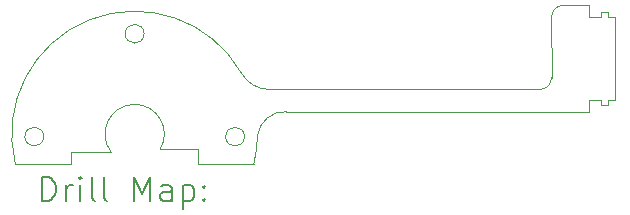
<source format=gbr>
%TF.GenerationSoftware,KiCad,Pcbnew,9.0.3*%
%TF.CreationDate,2025-08-12T14:53:13+03:00*%
%TF.ProjectId,Left,4c656674-2e6b-4696-9361-645f70636258,rev?*%
%TF.SameCoordinates,Original*%
%TF.FileFunction,Drillmap*%
%TF.FilePolarity,Positive*%
%FSLAX45Y45*%
G04 Gerber Fmt 4.5, Leading zero omitted, Abs format (unit mm)*
G04 Created by KiCad (PCBNEW 9.0.3) date 2025-08-12 14:53:13*
%MOMM*%
%LPD*%
G01*
G04 APERTURE LIST*
%ADD10C,0.050000*%
%ADD11C,0.100000*%
%ADD12C,0.200000*%
G04 APERTURE END LIST*
D10*
X10649000Y-10150000D02*
G75*
G02*
X11064383Y-10130234I201000J150500D01*
G01*
X11064000Y-10130000D02*
X11384770Y-10130000D01*
X10315000Y-10250000D02*
X9840000Y-10250000D01*
X11889796Y-10015000D02*
G75*
G02*
X11859097Y-10250775I-1039796J15500D01*
G01*
X10315000Y-10150000D02*
X10315000Y-10250000D01*
D11*
X11780000Y-10021300D02*
G75*
G02*
X11620000Y-10021300I-80000J0D01*
G01*
X11620000Y-10021300D02*
G75*
G02*
X11780000Y-10021300I80000J0D01*
G01*
X10080000Y-10021300D02*
G75*
G02*
X9920000Y-10021300I-80000J0D01*
G01*
X9920000Y-10021300D02*
G75*
G02*
X10080000Y-10021300I80000J0D01*
G01*
D10*
X14379140Y-9010140D02*
G75*
G02*
X14479140Y-8910000I100000J140D01*
G01*
X11889000Y-10015000D02*
G75*
G02*
X12135122Y-9809802I233520J-29890D01*
G01*
X10649000Y-10150000D02*
X10315000Y-10150000D01*
X11385000Y-10251000D02*
X11860000Y-10251000D01*
X12135030Y-9810000D02*
X14500000Y-9810000D01*
X14379140Y-9010140D02*
X14379859Y-9522360D01*
X14379859Y-9522360D02*
G75*
G02*
X14279859Y-9622500I-99999J-140D01*
G01*
D11*
X10930000Y-9150000D02*
G75*
G02*
X10770000Y-9150000I-80000J0D01*
G01*
X10770000Y-9150000D02*
G75*
G02*
X10930000Y-9150000I80000J0D01*
G01*
D10*
X11992055Y-9622321D02*
G75*
G02*
X11753550Y-9483206I-5J274001D01*
G01*
X11992055Y-9622500D02*
X14279859Y-9622500D01*
X9839624Y-10250093D02*
G75*
G02*
X11753554Y-9483283I1010376J250093D01*
G01*
X14500000Y-8910000D02*
X14479140Y-8910000D01*
X11384770Y-10130000D02*
X11385000Y-10251000D01*
X14700000Y-8910000D02*
X14500000Y-8910000D01*
X14700000Y-9005000D02*
X14700000Y-8910000D01*
X14700000Y-9810000D02*
X14500000Y-9810000D01*
X14700000Y-9810000D02*
X14700000Y-9715000D01*
X14800000Y-9005000D02*
X14700000Y-9005000D01*
X14800000Y-9005000D02*
X14800000Y-8963000D01*
X14800000Y-9715000D02*
X14700000Y-9715000D01*
X14800000Y-9757000D02*
X14800000Y-9715000D01*
X14860000Y-8963000D02*
X14800000Y-8963000D01*
X14860000Y-8963000D02*
X14860000Y-9005000D01*
X14860000Y-9757000D02*
X14800000Y-9757000D01*
X14860000Y-9757000D02*
X14860000Y-9715000D01*
X14920000Y-9005000D02*
X14860000Y-9005000D01*
X14920000Y-9715000D02*
X14860000Y-9715000D01*
X14920000Y-9715000D02*
X14920000Y-9005000D01*
D12*
X10067409Y-10564984D02*
X10067409Y-10364984D01*
X10067409Y-10364984D02*
X10115028Y-10364984D01*
X10115028Y-10364984D02*
X10143599Y-10374508D01*
X10143599Y-10374508D02*
X10162647Y-10393555D01*
X10162647Y-10393555D02*
X10172171Y-10412603D01*
X10172171Y-10412603D02*
X10181695Y-10450698D01*
X10181695Y-10450698D02*
X10181695Y-10479270D01*
X10181695Y-10479270D02*
X10172171Y-10517365D01*
X10172171Y-10517365D02*
X10162647Y-10536412D01*
X10162647Y-10536412D02*
X10143599Y-10555460D01*
X10143599Y-10555460D02*
X10115028Y-10564984D01*
X10115028Y-10564984D02*
X10067409Y-10564984D01*
X10267409Y-10564984D02*
X10267409Y-10431650D01*
X10267409Y-10469746D02*
X10276933Y-10450698D01*
X10276933Y-10450698D02*
X10286456Y-10441174D01*
X10286456Y-10441174D02*
X10305504Y-10431650D01*
X10305504Y-10431650D02*
X10324552Y-10431650D01*
X10391218Y-10564984D02*
X10391218Y-10431650D01*
X10391218Y-10364984D02*
X10381695Y-10374508D01*
X10381695Y-10374508D02*
X10391218Y-10384031D01*
X10391218Y-10384031D02*
X10400742Y-10374508D01*
X10400742Y-10374508D02*
X10391218Y-10364984D01*
X10391218Y-10364984D02*
X10391218Y-10384031D01*
X10515028Y-10564984D02*
X10495980Y-10555460D01*
X10495980Y-10555460D02*
X10486456Y-10536412D01*
X10486456Y-10536412D02*
X10486456Y-10364984D01*
X10619790Y-10564984D02*
X10600742Y-10555460D01*
X10600742Y-10555460D02*
X10591218Y-10536412D01*
X10591218Y-10536412D02*
X10591218Y-10364984D01*
X10848361Y-10564984D02*
X10848361Y-10364984D01*
X10848361Y-10364984D02*
X10915028Y-10507841D01*
X10915028Y-10507841D02*
X10981695Y-10364984D01*
X10981695Y-10364984D02*
X10981695Y-10564984D01*
X11162647Y-10564984D02*
X11162647Y-10460222D01*
X11162647Y-10460222D02*
X11153123Y-10441174D01*
X11153123Y-10441174D02*
X11134076Y-10431650D01*
X11134076Y-10431650D02*
X11095980Y-10431650D01*
X11095980Y-10431650D02*
X11076933Y-10441174D01*
X11162647Y-10555460D02*
X11143599Y-10564984D01*
X11143599Y-10564984D02*
X11095980Y-10564984D01*
X11095980Y-10564984D02*
X11076933Y-10555460D01*
X11076933Y-10555460D02*
X11067409Y-10536412D01*
X11067409Y-10536412D02*
X11067409Y-10517365D01*
X11067409Y-10517365D02*
X11076933Y-10498317D01*
X11076933Y-10498317D02*
X11095980Y-10488793D01*
X11095980Y-10488793D02*
X11143599Y-10488793D01*
X11143599Y-10488793D02*
X11162647Y-10479270D01*
X11257885Y-10431650D02*
X11257885Y-10631650D01*
X11257885Y-10441174D02*
X11276933Y-10431650D01*
X11276933Y-10431650D02*
X11315028Y-10431650D01*
X11315028Y-10431650D02*
X11334075Y-10441174D01*
X11334075Y-10441174D02*
X11343599Y-10450698D01*
X11343599Y-10450698D02*
X11353123Y-10469746D01*
X11353123Y-10469746D02*
X11353123Y-10526889D01*
X11353123Y-10526889D02*
X11343599Y-10545936D01*
X11343599Y-10545936D02*
X11334075Y-10555460D01*
X11334075Y-10555460D02*
X11315028Y-10564984D01*
X11315028Y-10564984D02*
X11276933Y-10564984D01*
X11276933Y-10564984D02*
X11257885Y-10555460D01*
X11438837Y-10545936D02*
X11448361Y-10555460D01*
X11448361Y-10555460D02*
X11438837Y-10564984D01*
X11438837Y-10564984D02*
X11429314Y-10555460D01*
X11429314Y-10555460D02*
X11438837Y-10545936D01*
X11438837Y-10545936D02*
X11438837Y-10564984D01*
X11438837Y-10441174D02*
X11448361Y-10450698D01*
X11448361Y-10450698D02*
X11438837Y-10460222D01*
X11438837Y-10460222D02*
X11429314Y-10450698D01*
X11429314Y-10450698D02*
X11438837Y-10441174D01*
X11438837Y-10441174D02*
X11438837Y-10460222D01*
M02*

</source>
